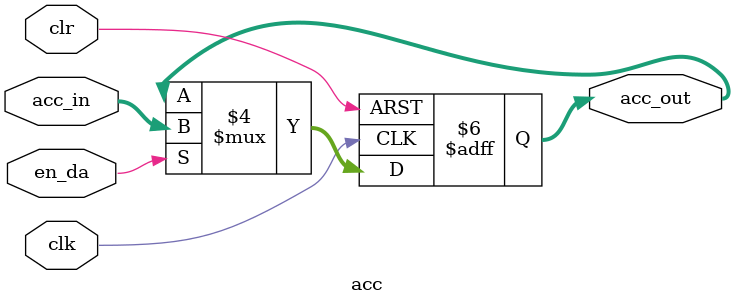
<source format=v>

module acc
  (clk,
   clr,
   acc_in,
   acc_out,
   en_da
   );

   input  wire          clk     ;
   input  wire 		clr     ;
   input  wire [7:0] 	acc_in  ;
   input  wire 		en_da   ;
   
   output  reg [7:0] 	acc_out ;
   
   //----------------------------------------------------------------------
   // Main accumulator process
   //----------------------------------------------------------------------
   
   always @(posedge clk or negedge clr)
     begin
	if (clr  == 1'b0)
	  begin
	     acc_out <= 'h0;
	  end
	
	else if (en_da == 1'b1)
	  begin
	     acc_out <= acc_in;
	  end
	
     end // always @(posedge clk or negedge clr)
   
endmodule // acc


</source>
